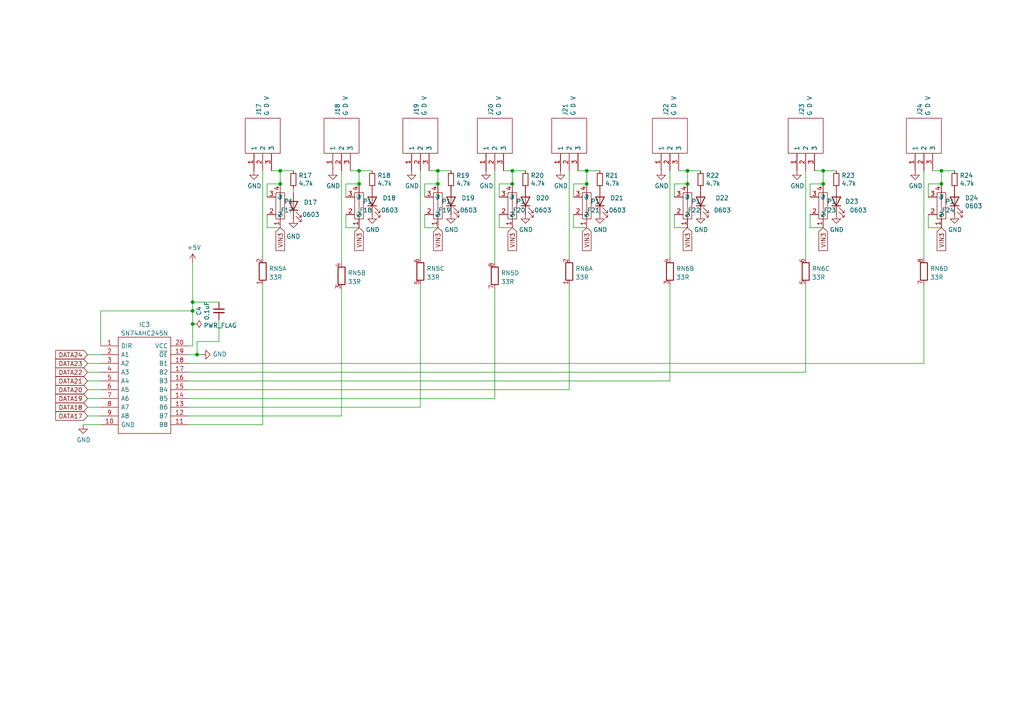
<source format=kicad_sch>
(kicad_sch (version 20211123) (generator eeschema)
  (paper "A4")
  (title_block (title "RPI Cape DPI 24ch Pixel Controller") (date "2022-04-04") (company "OnlineDynamic"))
  (lib_symbols
    (symbol "Device:C_Small" (pin_numbers hide) (pin_names (offset 0.254) hide)
      (property "Reference" "C" (at 0.254 1.778 0))
      (property "Value" "C_Small" (at 0.254 -2.032 0))
      (symbol "C_Small_0_1"
        (polyline (pts (xy -1.524 -0.508) (xy 1.524 -0.508)) (stroke (width 0.3302)))
        (polyline (pts (xy -1.524 0.508) (xy 1.524 0.508)) (stroke (width 0.3048)))
      )
      (symbol "C_Small_1_1"
        (pin passive line (at 0 2.54 270) (length 2.032) (name "~") (number "1"))
        (pin passive line (at 0 -2.54 90) (length 2.032) (name "~") (number "2"))
      )
    )
    (symbol "Device:LED" (pin_numbers hide) (pin_names (offset 1.016) hide)
      (property "Reference" "D" (at 0 2.54 0))
      (property "Value" "LED" (at 0 -2.54 0))
      (symbol "LED_0_1"
        (polyline (pts (xy -1.27 -1.27) (xy -1.27 1.27)) (stroke (width 0.254)))
        (polyline (pts (xy -1.27 0) (xy 1.27 0)))
        (polyline (pts (xy 1.27 -1.27) (xy 1.27 1.27) (xy -1.27 0) (xy 1.27 -1.27)) (stroke (width 0.254)))
        (polyline (pts (xy -3.048 -0.762) (xy -4.572 -2.286) (xy -3.81 -2.286) (xy -4.572 -2.286) (xy -4.572 -1.524)))
        (polyline (pts (xy -1.778 -0.762) (xy -3.302 -2.286) (xy -2.54 -2.286) (xy -3.302 -2.286) (xy -3.302 -1.524)))
      )
      (symbol "LED_1_1"
        (pin passive line (at -3.81 0 0) (length 2.54) (name "K") (number "1"))
        (pin passive line (at 3.81 0 180) (length 2.54) (name "A") (number "2"))
      )
    )
    (symbol "Device:R_Pack04_SIP_Split" (pin_names (offset 0) hide)
      (property "Reference" "RN" (at 2.032 0 90))
      (property "Value" "R_Pack04_SIP_Split" (at 0 0 90))
      (symbol "R_Pack04_SIP_Split_0_1"
        (rectangle (start 1.016 2.54) (end -1.016 -2.54) (stroke (width 0.254)))
      )
      (symbol "R_Pack04_SIP_Split_1_1"
        (pin passive line (at 0 -3.81 90) (length 1.27) (name "R1.1") (number "1"))
        (pin passive line (at 0 3.81 270) (length 1.27) (name "R1.2") (number "2"))
      )
      (symbol "R_Pack04_SIP_Split_2_1"
        (pin passive line (at 0 -3.81 90) (length 1.27) (name "R2.1") (number "3"))
        (pin passive line (at 0 3.81 270) (length 1.27) (name "R2.2") (number "4"))
      )
      (symbol "R_Pack04_SIP_Split_3_1"
        (pin passive line (at 0 -3.81 90) (length 1.27) (name "R3.1") (number "5"))
        (pin passive line (at 0 3.81 270) (length 1.27) (name "R3.2") (number "6"))
      )
      (symbol "R_Pack04_SIP_Split_4_1"
        (pin passive line (at 0 -3.81 90) (length 1.27) (name "R4.1") (number "7"))
        (pin passive line (at 0 3.81 270) (length 1.27) (name "R4.2") (number "8"))
      )
    )
    (symbol "Device:R_Small" (pin_numbers hide) (pin_names (offset 0.254) hide)
      (property "Reference" "R" (at 0.762 0.508 0))
      (property "Value" "R_Small" (at 0.762 -1.016 0))
      (symbol "R_Small_0_1"
        (rectangle (start -0.762 1.778) (end 0.762 -1.778) (stroke (width 0.2032)))
      )
      (symbol "R_Small_1_1"
        (pin passive line (at 0 2.54 270) (length 0.762) (name "~") (number "1"))
        (pin passive line (at 0 -2.54 90) (length 0.762) (name "~") (number "2"))
      )
    )
    (symbol "SamacSys_Parts:SN74AHC245N" (pin_names (offset 0.762))
      (property "Reference" "IC" (at 21.59 7.62 0))
      (property "Value" "SN74AHC245N" (at 21.59 5.08 0))
      (symbol "SN74AHC245N_0_0"
        (pin passive line (at 0 0 0) (length 5.08) (name "DIR") (number "1"))
        (pin passive line (at 0 -22.86 0) (length 5.08) (name "GND") (number "10"))
        (pin passive line (at 25.4 -22.86 180) (length 5.08) (name "B8") (number "11"))
        (pin passive line (at 25.4 -20.32 180) (length 5.08) (name "B7") (number "12"))
        (pin passive line (at 25.4 -17.78 180) (length 5.08) (name "B6") (number "13"))
        (pin passive line (at 25.4 -15.24 180) (length 5.08) (name "B5") (number "14"))
        (pin passive line (at 25.4 -12.7 180) (length 5.08) (name "B4") (number "15"))
        (pin passive line (at 25.4 -10.16 180) (length 5.08) (name "B3") (number "16"))
        (pin passive line (at 25.4 -7.62 180) (length 5.08) (name "B2") (number "17"))
        (pin passive line (at 25.4 -5.08 180) (length 5.08) (name "B1") (number "18"))
        (pin passive line (at 25.4 -2.54 180) (length 5.08) (name "~{OE}") (number "19"))
        (pin passive line (at 0 -2.54 0) (length 5.08) (name "A1") (number "2"))
        (pin passive line (at 25.4 0 180) (length 5.08) (name "VCC") (number "20"))
        (pin passive line (at 0 -5.08 0) (length 5.08) (name "A2") (number "3"))
        (pin passive line (at 0 -7.62 0) (length 5.08) (name "A3") (number "4"))
        (pin passive line (at 0 -10.16 0) (length 5.08) (name "A4") (number "5"))
        (pin passive line (at 0 -12.7 0) (length 5.08) (name "A5") (number "6"))
        (pin passive line (at 0 -15.24 0) (length 5.08) (name "A6") (number "7"))
        (pin passive line (at 0 -17.78 0) (length 5.08) (name "A7") (number "8"))
        (pin passive line (at 0 -20.32 0) (length 5.08) (name "A8") (number "9"))
      )
      (symbol "SN74AHC245N_0_1"
        (polyline (pts (xy 5.08 2.54) (xy 20.32 2.54) (xy 20.32 -25.4) (xy 5.08 -25.4) (xy 5.08 2.54)) (stroke (width 0.1524)))
      )
    )
    (symbol "Stuarts_BESPOKE:Medium_Auto_Fuse_Holder"
      (property "Reference" "F" (at 0 0 0))
      (property "Value" "Medium_Auto_Fuse_Holder" (at 11.43 -5.08 0))
      (symbol "Medium_Auto_Fuse_Holder_0_1"
        (rectangle (start -3.81 -2.54) (end -1.27 -10.16) (stroke (width 0.1524)))
        (polyline (pts (xy -2.54 -10.16) (xy -2.54 -2.54)) (stroke (width 0.1524)))
      )
      (symbol "Medium_Auto_Fuse_Holder_1_1"
        (pin input line (at -2.54 0 270) (length 2.54) (name "1") (number "1"))
        (pin input line (at 1.27 -3.81 180) (length 2.54) (name "2") (number "2"))
        (pin output line (at 1.27 -8.89 180) (length 2.54) (name "3") (number "3"))
        (pin output line (at -2.54 -12.7 90) (length 2.54) (name "4") (number "4"))
      )
    )
    (symbol "owl_cape-rescue:284514-3-SamacSys_Parts" (pin_names (offset 0.762))
      (property "Reference" "J" (at 16.51 7.62 0))
      (property "Value" "284514-3-SamacSys_Parts" (at 16.51 5.08 0))
      (symbol "284514-3-SamacSys_Parts_0_0"
        (pin passive line (at 0 0 0) (length 5.08) (name "1") (number "1"))
        (pin passive line (at 0 -2.54 0) (length 5.08) (name "2") (number "2"))
        (pin passive line (at 0 -5.08 0) (length 5.08) (name "3") (number "3"))
      )
      (symbol "284514-3-SamacSys_Parts_0_1"
        (polyline (pts (xy 5.08 2.54) (xy 15.24 2.54) (xy 15.24 -7.62) (xy 5.08 -7.62) (xy 5.08 2.54)) (stroke (width 0.1524)))
      )
    )
    (symbol "power:+5V" (power) (pin_names (offset 0))
      (property "Value" "+5V" (at 0 3.556 0))
      (symbol "+5V_0_1"
        (polyline (pts (xy -0.762 1.27) (xy 0 2.54)))
        (polyline (pts (xy 0 0) (xy 0 2.54)))
        (polyline (pts (xy 0 2.54) (xy 0.762 1.27)))
      )
      (symbol "+5V_1_1"
        (pin power_in line (at 0 0 90) (length 0) hide (name "+5V") (number "1"))
      )
    )
    (symbol "power:GND" (power) (pin_names (offset 0))
      (property "Value" "GND" (at 0 -3.81 0))
      (symbol "GND_0_1"
        (polyline (pts (xy 0 0) (xy 0 -1.27) (xy 1.27 -1.27) (xy 0 -2.54) (xy -1.27 -1.27) (xy 0 -1.27)))
      )
      (symbol "GND_1_1"
        (pin power_in line (at 0 0 270) (length 0) hide (name "GND") (number "1"))
      )
    )
    (symbol "power:PWR_FLAG" (power) (pin_numbers hide) (pin_names (offset 0) hide)
      (property "Value" "PWR_FLAG" (at 0 3.81 0))
      (symbol "PWR_FLAG_0_0"
        (pin power_out line (at 0 0 90) (length 0) (name "pwr") (number "1"))
      )
      (symbol "PWR_FLAG_0_1"
        (polyline (pts (xy 0 0) (xy 0 1.27) (xy -1.016 1.905) (xy 0 2.54) (xy 1.016 1.905) (xy 0 1.27)))
      )
    )
  )
  (junction (at 55.88 87.63))
  (junction (at 170.18 53.34))
  (junction (at 238.76 49.53))
  (junction (at 55.88 93.98))
  (junction (at 81.28 53.34))
  (junction (at 55.88 90.17))
  (junction (at 127 49.53))
  (junction (at 199.39 49.53))
  (junction (at 273.05 53.34))
  (junction (at 148.59 53.34))
  (junction (at 104.14 49.53))
  (junction (at 273.05 49.53))
  (junction (at 238.76 53.34))
  (junction (at 199.39 53.34))
  (junction (at 170.18 49.53))
  (junction (at 127 53.34))
  (junction (at 104.14 53.34))
  (junction (at 57.15 102.87))
  (junction (at 81.28 49.53))
  (junction (at 148.59 49.53))
  (wire (pts (xy 77.47 62.23) (xy 77.47 66.04)))
  (wire (pts (xy 76.2 82.55) (xy 76.2 123.19)))
  (wire (pts (xy 25.4 107.95) (xy 29.21 107.95)))
  (wire (pts (xy 63.5 87.63) (xy 55.88 87.63)))
  (wire (pts (xy 55.88 76.2) (xy 55.88 87.63)))
  (wire (pts (xy 166.37 53.34) (xy 170.18 53.34)))
  (wire (pts (xy 167.64 49.53) (xy 170.18 49.53)))
  (wire (pts (xy 195.58 66.04) (xy 199.39 66.04)))
  (wire (pts (xy 267.97 82.55) (xy 267.97 105.41)))
  (wire (pts (xy 194.31 82.55) (xy 194.31 110.49)))
  (wire (pts (xy 55.88 93.98) (xy 55.88 100.33)))
  (wire (pts (xy 165.1 49.53) (xy 165.1 74.93)))
  (wire (pts (xy 146.05 49.53) (xy 148.59 49.53)))
  (wire (pts (xy 127 49.53) (xy 127 53.34)))
  (wire (pts (xy 25.4 113.03) (xy 29.21 113.03)))
  (wire (pts (xy 199.39 49.53) (xy 203.2 49.53)))
  (wire (pts (xy 55.88 90.17) (xy 55.88 93.98)))
  (wire (pts (xy 25.4 120.65) (xy 29.21 120.65)))
  (wire (pts (xy 195.58 53.34) (xy 199.39 53.34)))
  (wire (pts (xy 25.4 102.87) (xy 29.21 102.87)))
  (wire (pts (xy 170.18 49.53) (xy 173.99 49.53)))
  (wire (pts (xy 57.15 102.87) (xy 58.42 102.87)))
  (wire (pts (xy 123.19 62.23) (xy 123.19 66.04)))
  (wire (pts (xy 143.51 115.57) (xy 54.61 115.57)))
  (wire (pts (xy 234.95 57.15) (xy 234.95 53.34)))
  (wire (pts (xy 77.47 66.04) (xy 81.28 66.04)))
  (wire (pts (xy 269.24 62.23) (xy 269.24 66.04)))
  (wire (pts (xy 121.92 49.53) (xy 121.92 74.93)))
  (wire (pts (xy 29.21 90.17) (xy 55.88 90.17)))
  (wire (pts (xy 54.61 107.95) (xy 233.68 107.95)))
  (wire (pts (xy 76.2 49.53) (xy 76.2 74.93)))
  (wire (pts (xy 54.61 118.11) (xy 121.92 118.11)))
  (wire (pts (xy 144.78 62.23) (xy 144.78 66.04)))
  (wire (pts (xy 144.78 53.34) (xy 148.59 53.34)))
  (wire (pts (xy 166.37 66.04) (xy 170.18 66.04)))
  (wire (pts (xy 124.46 49.53) (xy 127 49.53)))
  (wire (pts (xy 54.61 113.03) (xy 165.1 113.03)))
  (wire (pts (xy 233.68 49.53) (xy 233.68 74.93)))
  (wire (pts (xy 99.06 49.53) (xy 99.06 76.2)))
  (wire (pts (xy 143.51 49.53) (xy 143.51 76.2)))
  (wire (pts (xy 25.4 110.49) (xy 29.21 110.49)))
  (wire (pts (xy 196.85 49.53) (xy 199.39 49.53)))
  (wire (pts (xy 166.37 62.23) (xy 166.37 66.04)))
  (wire (pts (xy 194.31 49.53) (xy 194.31 74.93)))
  (wire (pts (xy 144.78 66.04) (xy 148.59 66.04)))
  (wire (pts (xy 100.33 57.15) (xy 100.33 53.34)))
  (wire (pts (xy 99.06 120.65) (xy 54.61 120.65)))
  (wire (pts (xy 100.33 66.04) (xy 104.14 66.04)))
  (wire (pts (xy 269.24 53.34) (xy 273.05 53.34)))
  (wire (pts (xy 273.05 49.53) (xy 276.86 49.53)))
  (wire (pts (xy 100.33 53.34) (xy 104.14 53.34)))
  (wire (pts (xy 77.47 53.34) (xy 81.28 53.34)))
  (wire (pts (xy 104.14 49.53) (xy 107.95 49.53)))
  (wire (pts (xy 57.15 99.06) (xy 57.15 102.87)))
  (wire (pts (xy 267.97 49.53) (xy 267.97 74.93)))
  (wire (pts (xy 194.31 110.49) (xy 54.61 110.49)))
  (wire (pts (xy 63.5 99.06) (xy 57.15 99.06)))
  (wire (pts (xy 144.78 57.15) (xy 144.78 53.34)))
  (wire (pts (xy 123.19 57.15) (xy 123.19 53.34)))
  (wire (pts (xy 195.58 62.23) (xy 195.58 66.04)))
  (wire (pts (xy 143.51 83.82) (xy 143.51 115.57)))
  (wire (pts (xy 25.4 105.41) (xy 29.21 105.41)))
  (wire (pts (xy 24.13 123.19) (xy 29.21 123.19)))
  (wire (pts (xy 199.39 49.53) (xy 199.39 53.34)))
  (wire (pts (xy 123.19 66.04) (xy 127 66.04)))
  (wire (pts (xy 234.95 53.34) (xy 238.76 53.34)))
  (wire (pts (xy 104.14 49.53) (xy 104.14 53.34)))
  (wire (pts (xy 234.95 62.23) (xy 234.95 66.04)))
  (wire (pts (xy 101.6 49.53) (xy 104.14 49.53)))
  (wire (pts (xy 273.05 49.53) (xy 273.05 53.34)))
  (wire (pts (xy 77.47 57.15) (xy 77.47 53.34)))
  (wire (pts (xy 238.76 49.53) (xy 242.57 49.53)))
  (wire (pts (xy 165.1 113.03) (xy 165.1 82.55)))
  (wire (pts (xy 170.18 49.53) (xy 170.18 53.34)))
  (wire (pts (xy 270.51 49.53) (xy 273.05 49.53)))
  (wire (pts (xy 63.5 92.71) (xy 63.5 99.06)))
  (wire (pts (xy 148.59 49.53) (xy 152.4 49.53)))
  (wire (pts (xy 121.92 118.11) (xy 121.92 82.55)))
  (wire (pts (xy 127 49.53) (xy 130.81 49.53)))
  (wire (pts (xy 76.2 123.19) (xy 54.61 123.19)))
  (wire (pts (xy 269.24 57.15) (xy 269.24 53.34)))
  (wire (pts (xy 233.68 107.95) (xy 233.68 82.55)))
  (wire (pts (xy 236.22 49.53) (xy 238.76 49.53)))
  (wire (pts (xy 54.61 102.87) (xy 57.15 102.87)))
  (wire (pts (xy 234.95 66.04) (xy 238.76 66.04)))
  (wire (pts (xy 166.37 57.15) (xy 166.37 53.34)))
  (wire (pts (xy 148.59 49.53) (xy 148.59 53.34)))
  (wire (pts (xy 54.61 100.33) (xy 55.88 100.33)))
  (wire (pts (xy 81.28 49.53) (xy 85.09 49.53)))
  (wire (pts (xy 25.4 115.57) (xy 29.21 115.57)))
  (wire (pts (xy 99.06 83.82) (xy 99.06 120.65)))
  (wire (pts (xy 85.09 54.61) (xy 85.09 55.88)))
  (wire (pts (xy 123.19 53.34) (xy 127 53.34)))
  (wire (pts (xy 267.97 105.41) (xy 54.61 105.41)))
  (wire (pts (xy 195.58 57.15) (xy 195.58 53.34)))
  (wire (pts (xy 238.76 49.53) (xy 238.76 53.34)))
  (wire (pts (xy 25.4 118.11) (xy 29.21 118.11)))
  (wire (pts (xy 29.21 100.33) (xy 29.21 90.17)))
  (wire (pts (xy 100.33 62.23) (xy 100.33 66.04)))
  (wire (pts (xy 78.74 49.53) (xy 81.28 49.53)))
  (wire (pts (xy 269.24 66.04) (xy 273.05 66.04)))
  (wire (pts (xy 81.28 49.53) (xy 81.28 53.34)))
  (wire (pts (xy 55.88 87.63) (xy 55.88 90.17)))
  (global_label "VIN3" (shape input) (at 170.18 66.04 270) (property "Intersheet References" "${INTERSHEET_REFS}" (effects hide)))
  (global_label "DATA19" (shape input) (at 25.4 115.57 180) (property "Intersheet References" "${INTERSHEET_REFS}" (effects hide)))
  (global_label "DATA24" (shape input) (at 25.4 102.87 180) (property "Intersheet References" "${INTERSHEET_REFS}" (effects hide)))
  (global_label "DATA18" (shape input) (at 25.4 118.11 180) (property "Intersheet References" "${INTERSHEET_REFS}" (effects hide)))
  (global_label "VIN3" (shape input) (at 148.59 66.04 270) (property "Intersheet References" "${INTERSHEET_REFS}" (effects hide)))
  (global_label "VIN3" (shape input) (at 127 66.04 270) (property "Intersheet References" "${INTERSHEET_REFS}" (effects hide)))
  (global_label "VIN3" (shape input) (at 104.14 66.04 270) (property "Intersheet References" "${INTERSHEET_REFS}" (effects hide)))
  (global_label "DATA23" (shape input) (at 25.4 105.41 180) (property "Intersheet References" "${INTERSHEET_REFS}" (effects hide)))
  (global_label "VIN3" (shape input) (at 199.39 66.04 270) (property "Intersheet References" "${INTERSHEET_REFS}" (effects hide)))
  (global_label "DATA21" (shape input) (at 25.4 110.49 180) (property "Intersheet References" "${INTERSHEET_REFS}" (effects hide)))
  (global_label "DATA20" (shape input) (at 25.4 113.03 180) (property "Intersheet References" "${INTERSHEET_REFS}" (effects hide)))
  (global_label "VIN3" (shape input) (at 81.28 66.04 270) (property "Intersheet References" "${INTERSHEET_REFS}" (effects hide)))
  (global_label "VIN3" (shape input) (at 273.05 66.04 270) (property "Intersheet References" "${INTERSHEET_REFS}" (effects hide)))
  (global_label "DATA22" (shape input) (at 25.4 107.95 180) (property "Intersheet References" "${INTERSHEET_REFS}" (effects hide)))
  (global_label "VIN3" (shape input) (at 238.76 66.04 270) (property "Intersheet References" "${INTERSHEET_REFS}" (effects hide)))
  (global_label "DATA17" (shape input) (at 25.4 120.65 180) (property "Intersheet References" "${INTERSHEET_REFS}" (effects hide)))
  (symbol (lib_id "power:GND") (at 96.52 49.53 0) (unit 1)
    (property "Reference" "#PWR0138" (effects hide))
    (property "Value" "GND" (at 96.647 53.9242 0))
  )
  (symbol (lib_id "power:GND") (at 73.66 49.53 0) (unit 1)
    (property "Reference" "#PWR0139" (effects hide))
    (property "Value" "GND" (at 73.787 53.9242 0))
  )
  (symbol (lib_id "power:GND") (at 119.38 49.53 0) (unit 1)
    (property "Reference" "#PWR0136" (effects hide))
    (property "Value" "GND" (at 119.507 53.9242 0))
  )
  (symbol (lib_id "power:GND") (at 140.97 49.53 0) (unit 1)
    (property "Reference" "#PWR0146" (effects hide))
    (property "Value" "GND" (at 141.097 53.9242 0))
  )
  (symbol (lib_id "power:GND") (at 162.56 49.53 0) (unit 1)
    (property "Reference" "#PWR0142" (effects hide))
    (property "Value" "GND" (at 162.687 53.9242 0))
  )
  (symbol (lib_id "power:GND") (at 191.77 49.53 0) (unit 1)
    (property "Reference" "#PWR0141" (effects hide))
    (property "Value" "GND" (at 191.897 53.9242 0))
  )
  (symbol (lib_id "power:GND") (at 231.14 49.53 0) (unit 1)
    (property "Reference" "#PWR0130" (effects hide))
    (property "Value" "GND" (at 231.267 53.9242 0))
  )
  (symbol (lib_id "power:GND") (at 265.43 49.53 0) (unit 1)
    (property "Reference" "#PWR0122" (effects hide))
    (property "Value" "GND" (at 265.557 53.9242 0))
  )
  (symbol (lib_id "Device:LED") (at 276.86 58.42 90) (unit 1)
    (property "Reference" "D24" (at 279.8572 57.4294 90) (effects (justify right)))
    (property "Value" "0603" (at 279.8572 59.7408 90) (effects (justify right)))
    (property "Footprint" "LED_SMD:LED_0603_1608Metric" (effects hide))
    (property "Datasheet" "Everlight-Elec-19-217-GHC-YR1S2-3T_C72043.pdf" (effects hide))
    (property "Description" "C72043" (effects hide))
  )
  (symbol (lib_id "power:GND") (at 276.86 62.23 0) (unit 1)
    (property "Reference" "#PWR0131" (effects hide))
    (property "Value" "GND" (at 276.987 66.6242 0))
  )
  (symbol (lib_id "Device:R_Small") (at 276.86 52.07 0) (unit 1)
    (property "Reference" "R24" (at 278.3586 50.9016 0) (effects (justify left)))
    (property "Value" "4.7k" (at 278.3586 53.213 0) (effects (justify left)))
    (property "Footprint" "Resistor_SMD:R_0805_2012Metric" (effects hide))
    (property "Datasheet" "https://datasheet.lcsc.com/szlcsc/Uniroyal-Elec-0805W8F2201T5E_C17520.pdf" (effects hide))
    (property "Description" "C17673" (effects hide))
  )
  (symbol (lib_id "Device:LED") (at 242.57 58.42 90) (unit 1)
    (property "Reference" "D23" (at 245.11 58.42 90) (effects (justify right)))
    (property "Value" "0603" (at 246.38 60.96 90) (effects (justify right)))
    (property "Footprint" "LED_SMD:LED_0603_1608Metric" (effects hide))
    (property "Datasheet" "Everlight-Elec-19-217-GHC-YR1S2-3T_C72043.pdf" (effects hide))
    (property "Description" "C72043" (effects hide))
  )
  (symbol (lib_id "power:GND") (at 242.57 62.23 0) (unit 1)
    (property "Reference" "#PWR0132" (effects hide))
    (property "Value" "GND" (at 242.697 66.6242 0))
  )
  (symbol (lib_id "Device:R_Small") (at 242.57 52.07 0) (unit 1)
    (property "Reference" "R23" (at 244.0686 50.9016 0) (effects (justify left)))
    (property "Value" "4.7k" (at 244.0686 53.213 0) (effects (justify left)))
    (property "Footprint" "Resistor_SMD:R_0805_2012Metric" (effects hide))
    (property "Datasheet" "https://datasheet.lcsc.com/szlcsc/Uniroyal-Elec-0805W8F2201T5E_C17520.pdf" (effects hide))
    (property "Description" "C17673" (effects hide))
  )
  (symbol (lib_id "Device:LED") (at 203.2 58.42 90) (unit 1)
    (property "Reference" "D22" (at 207.4672 57.4294 90) (effects (justify right)))
    (property "Value" "0603" (at 207.01 60.96 90) (effects (justify right)))
    (property "Footprint" "LED_SMD:LED_0603_1608Metric" (effects hide))
    (property "Datasheet" "Everlight-Elec-19-217-GHC-YR1S2-3T_C72043.pdf" (effects hide))
    (property "Description" "C72043" (effects hide))
  )
  (symbol (lib_id "power:GND") (at 203.2 62.23 0) (unit 1)
    (property "Reference" "#PWR0120" (effects hide))
    (property "Value" "GND" (at 203.327 66.6242 0))
  )
  (symbol (lib_id "Device:R_Small") (at 203.2 52.07 0) (unit 1)
    (property "Reference" "R22" (at 204.6986 50.9016 0) (effects (justify left)))
    (property "Value" "4.7k" (at 204.6986 53.213 0) (effects (justify left)))
    (property "Footprint" "Resistor_SMD:R_0805_2012Metric" (effects hide))
    (property "Datasheet" "https://datasheet.lcsc.com/szlcsc/Uniroyal-Elec-0805W8F2201T5E_C17520.pdf" (effects hide))
    (property "Description" "C17673" (effects hide))
  )
  (symbol (lib_id "Device:LED") (at 173.99 58.42 90) (unit 1)
    (property "Reference" "D21" (at 176.9872 57.4294 90) (effects (justify right)))
    (property "Value" "0603" (at 176.53 60.96 90) (effects (justify right)))
    (property "Footprint" "LED_SMD:LED_0603_1608Metric" (effects hide))
    (property "Datasheet" "Everlight-Elec-19-217-GHC-YR1S2-3T_C72043.pdf" (effects hide))
    (property "Description" "C72043" (effects hide))
  )
  (symbol (lib_id "power:GND") (at 173.99 62.23 0) (unit 1)
    (property "Reference" "#PWR0143" (effects hide))
    (property "Value" "GND" (at 174.117 66.6242 0))
  )
  (symbol (lib_id "Device:R_Small") (at 173.99 52.07 0) (unit 1)
    (property "Reference" "R21" (at 175.4886 50.9016 0) (effects (justify left)))
    (property "Value" "4.7k" (at 175.4886 53.213 0) (effects (justify left)))
    (property "Footprint" "Resistor_SMD:R_0805_2012Metric" (effects hide))
    (property "Datasheet" "https://datasheet.lcsc.com/szlcsc/Uniroyal-Elec-0805W8F2201T5E_C17520.pdf" (effects hide))
    (property "Description" "C17673" (effects hide))
  )
  (symbol (lib_id "Device:LED") (at 152.4 58.42 90) (unit 1)
    (property "Reference" "D20" (at 155.3972 57.4294 90) (effects (justify right)))
    (property "Value" "0603" (at 154.94 60.96 90) (effects (justify right)))
    (property "Footprint" "LED_SMD:LED_0603_1608Metric" (effects hide))
    (property "Datasheet" "Everlight-Elec-19-217-GHC-YR1S2-3T_C72043.pdf" (effects hide))
    (property "Description" "C72043" (effects hide))
  )
  (symbol (lib_id "power:GND") (at 152.4 62.23 0) (unit 1)
    (property "Reference" "#PWR0144" (effects hide))
    (property "Value" "GND" (at 152.527 66.6242 0))
  )
  (symbol (lib_id "Device:R_Small") (at 152.4 52.07 0) (unit 1)
    (property "Reference" "R20" (at 153.8986 50.9016 0) (effects (justify left)))
    (property "Value" "4.7k" (at 153.8986 53.213 0) (effects (justify left)))
    (property "Footprint" "Resistor_SMD:R_0805_2012Metric" (effects hide))
    (property "Datasheet" "https://datasheet.lcsc.com/szlcsc/Uniroyal-Elec-0805W8F2201T5E_C17520.pdf" (effects hide))
    (property "Description" "C17673" (effects hide))
  )
  (symbol (lib_id "Device:LED") (at 130.81 58.42 90) (unit 1)
    (property "Reference" "D19" (at 133.8072 57.4294 90) (effects (justify right)))
    (property "Value" "0603" (at 133.35 60.96 90) (effects (justify right)))
    (property "Footprint" "LED_SMD:LED_0603_1608Metric" (effects hide))
    (property "Datasheet" "Everlight-Elec-19-217-GHC-YR1S2-3T_C72043.pdf" (effects hide))
    (property "Description" "C72043" (effects hide))
  )
  (symbol (lib_id "power:GND") (at 130.81 62.23 0) (unit 1)
    (property "Reference" "#PWR0145" (effects hide))
    (property "Value" "GND" (at 130.937 66.6242 0))
  )
  (symbol (lib_id "Device:R_Small") (at 130.81 52.07 0) (unit 1)
    (property "Reference" "R19" (at 132.3086 50.9016 0) (effects (justify left)))
    (property "Value" "4.7k" (at 132.3086 53.213 0) (effects (justify left)))
    (property "Footprint" "Resistor_SMD:R_0805_2012Metric" (effects hide))
    (property "Datasheet" "https://datasheet.lcsc.com/szlcsc/Uniroyal-Elec-0805W8F2201T5E_C17520.pdf" (effects hide))
    (property "Description" "C17673" (effects hide))
  )
  (symbol (lib_id "Device:LED") (at 107.95 58.42 90) (unit 1)
    (property "Reference" "D18" (at 110.9472 57.4294 90) (effects (justify right)))
    (property "Value" "0603" (at 110.49 60.96 90) (effects (justify right)))
    (property "Footprint" "LED_SMD:LED_0603_1608Metric" (effects hide))
    (property "Datasheet" "Everlight-Elec-19-217-GHC-YR1S2-3T_C72043.pdf" (effects hide))
    (property "Description" "C72043" (effects hide))
  )
  (symbol (lib_id "power:GND") (at 107.95 62.23 0) (unit 1)
    (property "Reference" "#PWR0140" (effects hide))
    (property "Value" "GND" (at 108.077 66.6242 0))
  )
  (symbol (lib_id "Device:R_Small") (at 107.95 52.07 0) (unit 1)
    (property "Reference" "R18" (at 109.4486 50.9016 0) (effects (justify left)))
    (property "Value" "4.7k" (at 109.4486 53.213 0) (effects (justify left)))
    (property "Footprint" "Resistor_SMD:R_0805_2012Metric" (effects hide))
    (property "Datasheet" "https://datasheet.lcsc.com/szlcsc/Uniroyal-Elec-0805W8F2201T5E_C17520.pdf" (effects hide))
    (property "Description" "C17673" (effects hide))
  )
  (symbol (lib_id "Device:LED") (at 85.09 59.69 90) (unit 1)
    (property "Reference" "D17" (at 88.0872 58.6994 90) (effects (justify right)))
    (property "Value" "0603" (at 87.63 62.23 90) (effects (justify right)))
    (property "Footprint" "LED_SMD:LED_0603_1608Metric" (effects hide))
    (property "Datasheet" "Everlight-Elec-19-217-GHC-YR1S2-3T_C72043.pdf" (effects hide))
    (property "Description" "C72043" (effects hide))
  )
  (symbol (lib_id "power:GND") (at 85.09 63.5 0) (unit 1)
    (property "Reference" "#PWR0137" (effects hide))
    (property "Value" "GND" (at 85.09 68.58 0))
  )
  (symbol (lib_id "Device:R_Small") (at 85.09 52.07 0) (unit 1)
    (property "Reference" "R17" (at 86.5886 50.9016 0) (effects (justify left)))
    (property "Value" "4.7k" (at 86.5886 53.213 0) (effects (justify left)))
    (property "Footprint" "Resistor_SMD:R_0805_2012Metric" (effects hide))
    (property "Datasheet" "https://datasheet.lcsc.com/szlcsc/Uniroyal-Elec-0805W8F2201T5E_C17520.pdf" (effects hide))
    (property "Description" "C17673" (effects hide))
  )
  (symbol (lib_id "owl_cape-rescue:284514-3-SamacSys_Parts") (at 73.66 49.53 90) (unit 1)
    (property "Reference" "J17" (at 75.0316 33.5788 0) (effects (justify left)))
    (property "Value" "G D V" (at 77.343 33.5788 0) (effects (justify left)))
    (property "Footprint" "Connector_Phoenix_MC:PhoenixContact_MCV_1,5_3-G-3.5_1x03_P3.50mm_Vertical" (effects hide))
    (property "Datasheet" "https://www.te.com/commerce/DocumentDelivery/DDEController?Action=srchrtrv&DocNm=284514&DocType=Customer+Drawing&DocLang=English&DocFormat=pdf&PartCntxt=284514-3" (effects hide))
    (property "Description" "TE Connectivity Buchanan, 3 Way, 1 Row, Straight PCB Terminal Block Header" (effects hide))
    (property "Height" "9.4" (effects hide))
    (property "Mouser Part Number" "571-284514-3" (effects hide))
    (property "Mouser Price/Stock" "https://www.mouser.co.uk/ProductDetail/TE-Connectivity/284514-3/?qs=woBvfblj%2FzwGS50caoQlYA%3D%3D" (effects hide))
    (property "Manufacturer_Name" "TE Connectivity" (effects hide))
    (property "Manufacturer_Part_Number" "284514-3" (effects hide))
  )
  (symbol (lib_id "power:GND") (at 24.13 123.19 0) (unit 1)
    (property "Reference" "#PWR0135" (effects hide))
    (property "Value" "GND" (at 24.257 127.5842 0))
  )
  (symbol (lib_id "power:+5V") (at 55.88 76.2 0) (unit 1)
    (property "Reference" "#PWR0133" (effects hide))
    (property "Value" "+5V" (at 56.261 71.8058 0))
  )
  (symbol (lib_id "power:GND") (at 58.42 102.87 90) (unit 1)
    (property "Reference" "#PWR0134" (effects hide))
    (property "Value" "GND" (at 61.6712 102.743 90) (effects (justify right)))
  )
  (symbol (lib_id "Device:C_Small") (at 63.5 90.17 0) (unit 1)
    (property "Reference" "C4" (at 57.6834 90.17 90))
    (property "Value" "0.1uF" (at 59.9948 90.17 90))
    (property "Footprint" "Capacitor_THT:C_Radial_D5.0mm_H11.0mm_P2.00mm" (effects hide))
  )
  (symbol (lib_id "owl_cape-rescue:284514-3-SamacSys_Parts") (at 96.52 49.53 90) (unit 1)
    (property "Reference" "J18" (at 97.8916 33.5788 0) (effects (justify left)))
    (property "Value" "G D V" (at 100.203 33.5788 0) (effects (justify left)))
    (property "Footprint" "Connector_Phoenix_MC:PhoenixContact_MCV_1,5_3-G-3.5_1x03_P3.50mm_Vertical" (effects hide))
    (property "Datasheet" "https://www.te.com/commerce/DocumentDelivery/DDEController?Action=srchrtrv&DocNm=284514&DocType=Customer+Drawing&DocLang=English&DocFormat=pdf&PartCntxt=284514-3" (effects hide))
    (property "Description" "TE Connectivity Buchanan, 3 Way, 1 Row, Straight PCB Terminal Block Header" (effects hide))
    (property "Height" "9.4" (effects hide))
    (property "Mouser Part Number" "571-284514-3" (effects hide))
    (property "Mouser Price/Stock" "https://www.mouser.co.uk/ProductDetail/TE-Connectivity/284514-3/?qs=woBvfblj%2FzwGS50caoQlYA%3D%3D" (effects hide))
    (property "Manufacturer_Name" "TE Connectivity" (effects hide))
    (property "Manufacturer_Part_Number" "284514-3" (effects hide))
  )
  (symbol (lib_id "owl_cape-rescue:284514-3-SamacSys_Parts") (at 119.38 49.53 90) (unit 1)
    (property "Reference" "J19" (at 120.7516 33.5788 0) (effects (justify left)))
    (property "Value" "G D V" (at 123.063 33.5788 0) (effects (justify left)))
    (property "Footprint" "Connector_Phoenix_MC:PhoenixContact_MCV_1,5_3-G-3.5_1x03_P3.50mm_Vertical" (effects hide))
    (property "Datasheet" "https://www.te.com/commerce/DocumentDelivery/DDEController?Action=srchrtrv&DocNm=284514&DocType=Customer+Drawing&DocLang=English&DocFormat=pdf&PartCntxt=284514-3" (effects hide))
    (property "Description" "TE Connectivity Buchanan, 3 Way, 1 Row, Straight PCB Terminal Block Header" (effects hide))
    (property "Height" "9.4" (effects hide))
    (property "Mouser Part Number" "571-284514-3" (effects hide))
    (property "Mouser Price/Stock" "https://www.mouser.co.uk/ProductDetail/TE-Connectivity/284514-3/?qs=woBvfblj%2FzwGS50caoQlYA%3D%3D" (effects hide))
    (property "Manufacturer_Name" "TE Connectivity" (effects hide))
    (property "Manufacturer_Part_Number" "284514-3" (effects hide))
  )
  (symbol (lib_id "owl_cape-rescue:284514-3-SamacSys_Parts") (at 140.97 49.53 90) (unit 1)
    (property "Reference" "J20" (at 142.3416 33.5788 0) (effects (justify left)))
    (property "Value" "G D V" (at 144.653 33.5788 0) (effects (justify left)))
    (property "Footprint" "Connector_Phoenix_MC:PhoenixContact_MCV_1,5_3-G-3.5_1x03_P3.50mm_Vertical" (effects hide))
    (property "Datasheet" "https://www.te.com/commerce/DocumentDelivery/DDEController?Action=srchrtrv&DocNm=284514&DocType=Customer+Drawing&DocLang=English&DocFormat=pdf&PartCntxt=284514-3" (effects hide))
    (property "Description" "TE Connectivity Buchanan, 3 Way, 1 Row, Straight PCB Terminal Block Header" (effects hide))
    (property "Height" "9.4" (effects hide))
    (property "Mouser Part Number" "571-284514-3" (effects hide))
    (property "Mouser Price/Stock" "https://www.mouser.co.uk/ProductDetail/TE-Connectivity/284514-3/?qs=woBvfblj%2FzwGS50caoQlYA%3D%3D" (effects hide))
    (property "Manufacturer_Name" "TE Connectivity" (effects hide))
    (property "Manufacturer_Part_Number" "284514-3" (effects hide))
  )
  (symbol (lib_id "owl_cape-rescue:284514-3-SamacSys_Parts") (at 162.56 49.53 90) (unit 1)
    (property "Reference" "J21" (at 163.9316 33.5788 0) (effects (justify left)))
    (property "Value" "G D V" (at 166.243 33.5788 0) (effects (justify left)))
    (property "Footprint" "Connector_Phoenix_MC:PhoenixContact_MCV_1,5_3-G-3.5_1x03_P3.50mm_Vertical" (effects hide))
    (property "Datasheet" "https://www.te.com/commerce/DocumentDelivery/DDEController?Action=srchrtrv&DocNm=284514&DocType=Customer+Drawing&DocLang=English&DocFormat=pdf&PartCntxt=284514-3" (effects hide))
    (property "Description" "TE Connectivity Buchanan, 3 Way, 1 Row, Straight PCB Terminal Block Header" (effects hide))
    (property "Height" "9.4" (effects hide))
    (property "Mouser Part Number" "571-284514-3" (effects hide))
    (property "Mouser Price/Stock" "https://www.mouser.co.uk/ProductDetail/TE-Connectivity/284514-3/?qs=woBvfblj%2FzwGS50caoQlYA%3D%3D" (effects hide))
    (property "Manufacturer_Name" "TE Connectivity" (effects hide))
    (property "Manufacturer_Part_Number" "284514-3" (effects hide))
  )
  (symbol (lib_id "owl_cape-rescue:284514-3-SamacSys_Parts") (at 191.77 49.53 90) (unit 1)
    (property "Reference" "J22" (at 193.1416 33.5788 0) (effects (justify left)))
    (property "Value" "G D V" (at 195.453 33.5788 0) (effects (justify left)))
    (property "Footprint" "Connector_Phoenix_MC:PhoenixContact_MCV_1,5_3-G-3.5_1x03_P3.50mm_Vertical" (effects hide))
    (property "Datasheet" "https://www.te.com/commerce/DocumentDelivery/DDEController?Action=srchrtrv&DocNm=284514&DocType=Customer+Drawing&DocLang=English&DocFormat=pdf&PartCntxt=284514-3" (effects hide))
    (property "Description" "TE Connectivity Buchanan, 3 Way, 1 Row, Straight PCB Terminal Block Header" (effects hide))
    (property "Height" "9.4" (effects hide))
    (property "Mouser Part Number" "571-284514-3" (effects hide))
    (property "Mouser Price/Stock" "https://www.mouser.co.uk/ProductDetail/TE-Connectivity/284514-3/?qs=woBvfblj%2FzwGS50caoQlYA%3D%3D" (effects hide))
    (property "Manufacturer_Name" "TE Connectivity" (effects hide))
    (property "Manufacturer_Part_Number" "284514-3" (effects hide))
  )
  (symbol (lib_id "owl_cape-rescue:284514-3-SamacSys_Parts") (at 231.14 49.53 90) (unit 1)
    (property "Reference" "J23" (at 232.5116 33.5788 0) (effects (justify left)))
    (property "Value" "G D V" (at 234.823 33.5788 0) (effects (justify left)))
    (property "Footprint" "Connector_Phoenix_MC:PhoenixContact_MCV_1,5_3-G-3.5_1x03_P3.50mm_Vertical" (effects hide))
    (property "Datasheet" "https://www.te.com/commerce/DocumentDelivery/DDEController?Action=srchrtrv&DocNm=284514&DocType=Customer+Drawing&DocLang=English&DocFormat=pdf&PartCntxt=284514-3" (effects hide))
    (property "Description" "TE Connectivity Buchanan, 3 Way, 1 Row, Straight PCB Terminal Block Header" (effects hide))
    (property "Height" "9.4" (effects hide))
    (property "Mouser Part Number" "571-284514-3" (effects hide))
    (property "Mouser Price/Stock" "https://www.mouser.co.uk/ProductDetail/TE-Connectivity/284514-3/?qs=woBvfblj%2FzwGS50caoQlYA%3D%3D" (effects hide))
    (property "Manufacturer_Name" "TE Connectivity" (effects hide))
    (property "Manufacturer_Part_Number" "284514-3" (effects hide))
  )
  (symbol (lib_id "owl_cape-rescue:284514-3-SamacSys_Parts") (at 265.43 49.53 90) (unit 1)
    (property "Reference" "J24" (at 266.8016 33.5788 0) (effects (justify left)))
    (property "Value" "G D V" (at 269.113 33.5788 0) (effects (justify left)))
    (property "Footprint" "Connector_Phoenix_MC:PhoenixContact_MCV_1,5_3-G-3.5_1x03_P3.50mm_Vertical" (effects hide))
    (property "Datasheet" "https://www.te.com/commerce/DocumentDelivery/DDEController?Action=srchrtrv&DocNm=284514&DocType=Customer+Drawing&DocLang=English&DocFormat=pdf&PartCntxt=284514-3" (effects hide))
    (property "Description" "TE Connectivity Buchanan, 3 Way, 1 Row, Straight PCB Terminal Block Header" (effects hide))
    (property "Height" "9.4" (effects hide))
    (property "Mouser Part Number" "571-284514-3" (effects hide))
    (property "Mouser Price/Stock" "https://www.mouser.co.uk/ProductDetail/TE-Connectivity/284514-3/?qs=woBvfblj%2FzwGS50caoQlYA%3D%3D" (effects hide))
    (property "Manufacturer_Name" "TE Connectivity" (effects hide))
    (property "Manufacturer_Part_Number" "284514-3" (effects hide))
  )
  (symbol (lib_id "Device:R_Pack04_SIP_Split") (at 267.97 78.74 0) (unit 4)
    (property "Reference" "RN6" (at 269.748 77.9053 0) (effects (justify left)))
    (property "Value" "33R" (at 269.748 80.4422 0) (effects (justify left)))
    (property "Footprint" "Resistor_THT:R_Array_SIP8" (effects hide))
    (property "Datasheet" "http://www.vishay.com/docs/31509/csc.pdf" (effects hide))
  )
  (symbol (lib_id "Device:R_Pack04_SIP_Split") (at 121.92 78.74 0) (unit 3)
    (property "Reference" "RN5" (at 123.698 77.9053 0) (effects (justify left)))
    (property "Value" "33R" (at 123.698 80.4422 0) (effects (justify left)))
    (property "Footprint" "Resistor_THT:R_Array_SIP8" (effects hide))
    (property "Datasheet" "http://www.vishay.com/docs/31509/csc.pdf" (effects hide))
  )
  (symbol (lib_id "Stuarts_BESPOKE:Medium_Auto_Fuse_Holder") (at 78.74 66.04 180) (unit 1)
    (property "Reference" "F17" (at 85.09 60.96 0) (effects (justify left)))
    (property "Value" "P1" (at 85.09 58.42 0) (effects (justify left)))
    (property "Footprint" "Stuart_BESPOKE:Medium Auto Fuse Holder" (effects hide))
  )
  (symbol (lib_id "Stuarts_BESPOKE:Medium_Auto_Fuse_Holder") (at 270.51 66.04 180) (unit 1)
    (property "Reference" "F24" (at 276.86 60.96 0) (effects (justify left)))
    (property "Value" "P1" (at 276.86 58.42 0) (effects (justify left)))
    (property "Footprint" "Stuart_BESPOKE:Medium Auto Fuse Holder" (effects hide))
  )
  (symbol (lib_id "Device:R_Pack04_SIP_Split") (at 194.31 78.74 0) (unit 2)
    (property "Reference" "RN6" (at 196.088 77.9053 0) (effects (justify left)))
    (property "Value" "33R" (at 196.088 80.4422 0) (effects (justify left)))
    (property "Footprint" "Resistor_THT:R_Array_SIP8" (effects hide))
    (property "Datasheet" "http://www.vishay.com/docs/31509/csc.pdf" (effects hide))
  )
  (symbol (lib_id "Stuarts_BESPOKE:Medium_Auto_Fuse_Holder") (at 236.22 66.04 180) (unit 1)
    (property "Reference" "F23" (at 242.57 60.96 0) (effects (justify left)))
    (property "Value" "P1" (at 242.57 58.42 0) (effects (justify left)))
    (property "Footprint" "Stuart_BESPOKE:Medium Auto Fuse Holder" (effects hide))
  )
  (symbol (lib_id "Device:R_Pack04_SIP_Split") (at 76.2 78.74 0) (unit 1)
    (property "Reference" "RN5" (at 77.978 77.9053 0) (effects (justify left)))
    (property "Value" "33R" (at 77.978 80.4422 0) (effects (justify left)))
    (property "Footprint" "Resistor_THT:R_Array_SIP8" (effects hide))
    (property "Datasheet" "http://www.vishay.com/docs/31509/csc.pdf" (effects hide))
  )
  (symbol (lib_id "Stuarts_BESPOKE:Medium_Auto_Fuse_Holder") (at 101.6 66.04 180) (unit 1)
    (property "Reference" "F18" (at 107.95 60.96 0) (effects (justify left)))
    (property "Value" "P1" (at 107.95 58.42 0) (effects (justify left)))
    (property "Footprint" "Stuart_BESPOKE:Medium Auto Fuse Holder" (effects hide))
  )
  (symbol (lib_id "Stuarts_BESPOKE:Medium_Auto_Fuse_Holder") (at 167.64 66.04 180) (unit 1)
    (property "Reference" "F21" (at 173.99 60.96 0) (effects (justify left)))
    (property "Value" "P1" (at 173.99 58.42 0) (effects (justify left)))
    (property "Footprint" "Stuart_BESPOKE:Medium Auto Fuse Holder" (effects hide))
  )
  (symbol (lib_id "Device:R_Pack04_SIP_Split") (at 165.1 78.74 0) (unit 1)
    (property "Reference" "RN6" (at 166.878 77.9053 0) (effects (justify left)))
    (property "Value" "33R" (at 166.878 80.4422 0) (effects (justify left)))
    (property "Footprint" "Resistor_THT:R_Array_SIP8" (effects hide))
    (property "Datasheet" "http://www.vishay.com/docs/31509/csc.pdf" (effects hide))
  )
  (symbol (lib_id "Stuarts_BESPOKE:Medium_Auto_Fuse_Holder") (at 146.05 66.04 180) (unit 1)
    (property "Reference" "F20" (at 152.4 60.96 0) (effects (justify left)))
    (property "Value" "P1" (at 152.4 58.42 0) (effects (justify left)))
    (property "Footprint" "Stuart_BESPOKE:Medium Auto Fuse Holder" (effects hide))
  )
  (symbol (lib_id "Device:R_Pack04_SIP_Split") (at 233.68 78.74 0) (unit 3)
    (property "Reference" "RN6" (at 235.458 77.9053 0) (effects (justify left)))
    (property "Value" "33R" (at 235.458 80.4422 0) (effects (justify left)))
    (property "Footprint" "Resistor_THT:R_Array_SIP8" (effects hide))
    (property "Datasheet" "http://www.vishay.com/docs/31509/csc.pdf" (effects hide))
  )
  (symbol (lib_id "power:PWR_FLAG") (at 55.88 93.98 270) (unit 1)
    (property "Reference" "#FLG0103" (effects hide))
    (property "Value" "PWR_FLAG" (at 59.055 94.4138 90) (effects (justify left)))
  )
  (symbol (lib_id "Stuarts_BESPOKE:Medium_Auto_Fuse_Holder") (at 196.85 66.04 180) (unit 1)
    (property "Reference" "F22" (at 203.2 60.96 0) (effects (justify left)))
    (property "Value" "P1" (at 203.2 58.42 0) (effects (justify left)))
    (property "Footprint" "Stuart_BESPOKE:Medium Auto Fuse Holder" (effects hide))
  )
  (symbol (lib_id "Stuarts_BESPOKE:Medium_Auto_Fuse_Holder") (at 124.46 66.04 180) (unit 1)
    (property "Reference" "F19" (at 130.81 60.96 0) (effects (justify left)))
    (property "Value" "P1" (at 130.81 58.42 0) (effects (justify left)))
    (property "Footprint" "Stuart_BESPOKE:Medium Auto Fuse Holder" (effects hide))
  )
  (symbol (lib_id "Device:R_Pack04_SIP_Split") (at 99.06 80.01 0) (unit 2)
    (property "Reference" "RN5" (at 100.838 79.1753 0) (effects (justify left)))
    (property "Value" "33R" (at 100.838 81.7122 0) (effects (justify left)))
    (property "Footprint" "Resistor_THT:R_Array_SIP8" (effects hide))
    (property "Datasheet" "http://www.vishay.com/docs/31509/csc.pdf" (effects hide))
  )
  (symbol (lib_id "Device:R_Pack04_SIP_Split") (at 143.51 80.01 0) (unit 4)
    (property "Reference" "RN5" (at 145.288 79.1753 0) (effects (justify left)))
    (property "Value" "33R" (at 145.288 81.7122 0) (effects (justify left)))
    (property "Footprint" "Resistor_THT:R_Array_SIP8" (effects hide))
    (property "Datasheet" "http://www.vishay.com/docs/31509/csc.pdf" (effects hide))
  )
  (symbol (lib_id "SamacSys_Parts:SN74AHC245N") (at 29.21 100.33 0) (unit 1)
    (property "Reference" "IC3" (at 41.91 94.141 0))
    (property "Value" "SN74AHC245N" (at 41.91 96.6779 0))
    (property "Footprint" "SamacSys_Parts:DIP794W53P254L2540H508Q20N" (effects hide))
    (property "Datasheet" "http://www.ti.com/lit/gpn/sn74ahc245" (effects hide))
    (property "Description" "Octal Bus Transceivers With 3-State Outputs" (effects hide))
    (property "Height" "5.08" (effects hide))
    (property "Mouser Part Number" "595-SN74AHC245N" (effects hide))
    (property "Mouser Price/Stock" "https://www.mouser.co.uk/ProductDetail/Texas-Instruments/SN74AHC245N?qs=VuX40u8tcuDay2YZKkMgdw%3D%3D" (effects hide))
    (property "Manufacturer_Name" "Texas Instruments" (effects hide))
    (property "Manufacturer_Part_Number" "SN74AHC245N" (effects hide))
  )
)
</source>
